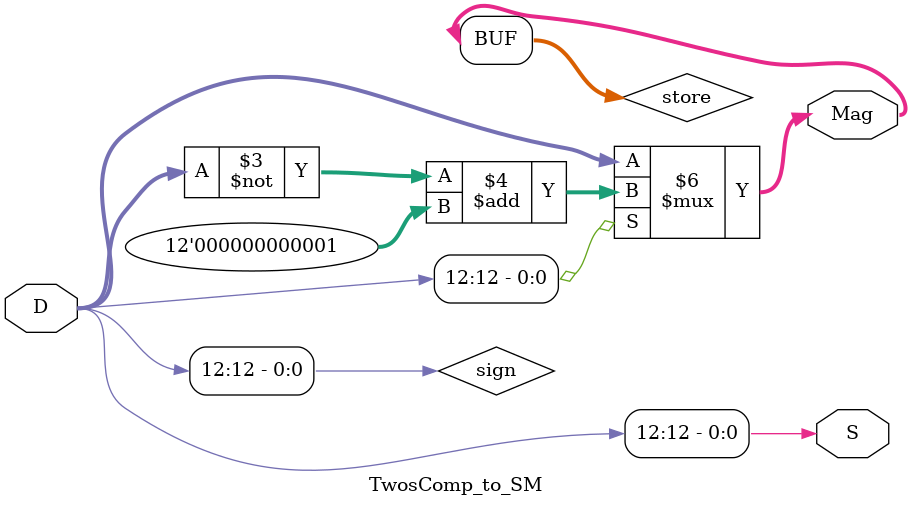
<source format=v>
`timescale 1ns / 1ps
module TwosComp_to_SM(
    input [12:0] D,
    output S,
    output [12:0] Mag
    );


	//create var to store magnitude
	reg [12:0] store;
	reg sign;
	
	//at any variable change
	always @*
		begin
			sign = D[12];
			if (sign == 1)
				store = ~D + 12'b1; 	//if negative, complement and add 1
			else
				store = D;
		end
	
	assign S = D[12];   //sign bit is always msb of D
	assign Mag = store; //update magnitude as a wire

endmodule

</source>
